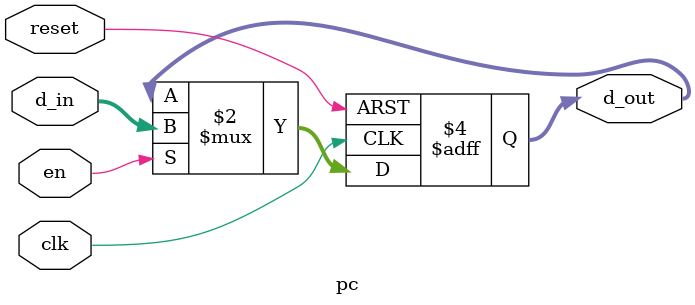
<source format=v>
module pc (
    input wire reset,
	input wire clk,
	input wire [11:0] d_in,
	input wire en,
	output reg [11:0] d_out 
);

    always @(posedge clk or posedge reset) begin
        if (reset) begin
            d_out <= 12'd0;       // Reset register value to 0
        end 
        else if (en) begin
            d_out <= d_in;        // Update register value when enable is high
        end
    end
endmodule
</source>
